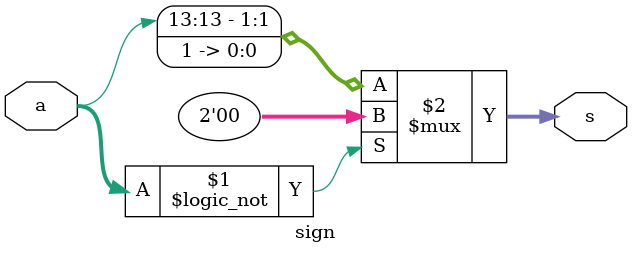
<source format=v>
module sign(input[13:0] a, output[1:0] s);
	assign s = (a==14'b0)? 2'b00 : { a[13],1'b1 };
endmodule

</source>
